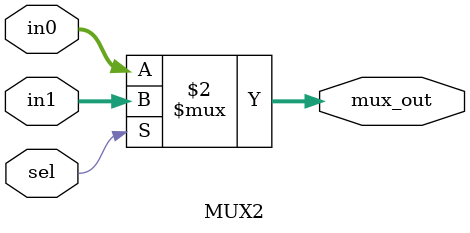
<source format=v>

module MUX2#(
    parameter WIDTH = 32
)
(   input sel,
	input [WIDTH-1:0] in0,in1,
	output reg[WIDTH-1:0] mux_out
);
always@*
    mux_out <= sel? in1
            :   in0;
endmodule

</source>
